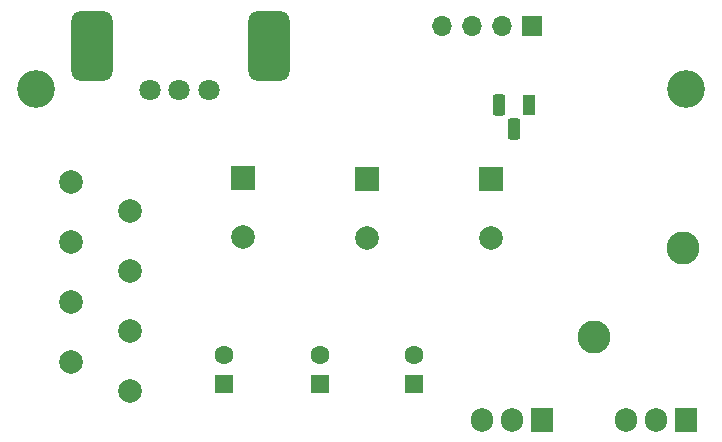
<source format=gbr>
%TF.GenerationSoftware,KiCad,Pcbnew,7.0.1-3b83917a11~172~ubuntu22.10.1*%
%TF.CreationDate,2023-09-25T18:41:39+02:00*%
%TF.ProjectId,led_boost_MIC3230,6c65645f-626f-46f7-9374-5f4d49433332,rev?*%
%TF.SameCoordinates,Original*%
%TF.FileFunction,Soldermask,Top*%
%TF.FilePolarity,Negative*%
%FSLAX46Y46*%
G04 Gerber Fmt 4.6, Leading zero omitted, Abs format (unit mm)*
G04 Created by KiCad (PCBNEW 7.0.1-3b83917a11~172~ubuntu22.10.1) date 2023-09-25 18:41:39*
%MOMM*%
%LPD*%
G01*
G04 APERTURE LIST*
G04 Aperture macros list*
%AMRoundRect*
0 Rectangle with rounded corners*
0 $1 Rounding radius*
0 $2 $3 $4 $5 $6 $7 $8 $9 X,Y pos of 4 corners*
0 Add a 4 corners polygon primitive as box body*
4,1,4,$2,$3,$4,$5,$6,$7,$8,$9,$2,$3,0*
0 Add four circle primitives for the rounded corners*
1,1,$1+$1,$2,$3*
1,1,$1+$1,$4,$5*
1,1,$1+$1,$6,$7*
1,1,$1+$1,$8,$9*
0 Add four rect primitives between the rounded corners*
20,1,$1+$1,$2,$3,$4,$5,0*
20,1,$1+$1,$4,$5,$6,$7,0*
20,1,$1+$1,$6,$7,$8,$9,0*
20,1,$1+$1,$8,$9,$2,$3,0*%
G04 Aperture macros list end*
%ADD10R,1.600000X1.600000*%
%ADD11C,1.600000*%
%ADD12C,2.000000*%
%ADD13C,3.200000*%
%ADD14R,1.905000X2.000000*%
%ADD15O,1.905000X2.000000*%
%ADD16R,2.000000X2.000000*%
%ADD17C,2.800000*%
%ADD18C,1.800000*%
%ADD19RoundRect,0.875000X0.875000X-2.125000X0.875000X2.125000X-0.875000X2.125000X-0.875000X-2.125000X0*%
%ADD20R,1.700000X1.700000*%
%ADD21O,1.700000X1.700000*%
%ADD22R,1.100000X1.800000*%
%ADD23RoundRect,0.275000X0.275000X0.625000X-0.275000X0.625000X-0.275000X-0.625000X0.275000X-0.625000X0*%
G04 APERTURE END LIST*
D10*
%TO.C,C8*%
X74000000Y-85000000D03*
D11*
X74000000Y-82500000D03*
%TD*%
D12*
%TO.C,J1*%
X52973000Y-67840000D03*
X57973000Y-70340000D03*
X52973000Y-72920000D03*
X57973000Y-75420000D03*
X52973000Y-78000000D03*
X57973000Y-80500000D03*
X52973000Y-83080000D03*
X57973000Y-85580000D03*
%TD*%
D13*
%TO.C,H2*%
X105000000Y-60000000D03*
%TD*%
D14*
%TO.C,Q1*%
X105000000Y-88000000D03*
D15*
X102460000Y-88000000D03*
X99920000Y-88000000D03*
%TD*%
D10*
%TO.C,C7*%
X65950000Y-85000000D03*
D11*
X65950000Y-82500000D03*
%TD*%
D16*
%TO.C,C3*%
X78000000Y-67632323D03*
D12*
X78000000Y-72632323D03*
%TD*%
D13*
%TO.C,H1*%
X50000000Y-60000000D03*
%TD*%
D17*
%TO.C,L1*%
X104783021Y-73466979D03*
X97216979Y-81033021D03*
%TD*%
D18*
%TO.C,RV1*%
X64642024Y-60077500D03*
X62142024Y-60077500D03*
X59642024Y-60077500D03*
D19*
X69742024Y-56377500D03*
X54742024Y-56377500D03*
%TD*%
D20*
%TO.C,J2*%
X91945000Y-54637500D03*
D21*
X89405000Y-54637500D03*
X86865000Y-54637500D03*
X84325000Y-54637500D03*
%TD*%
D16*
%TO.C,C4*%
X67500000Y-67500000D03*
D12*
X67500000Y-72500000D03*
%TD*%
D14*
%TO.C,D1*%
X92830000Y-88000000D03*
D15*
X90290000Y-88000000D03*
X87750000Y-88000000D03*
%TD*%
D16*
%TO.C,C1*%
X88500000Y-67632323D03*
D12*
X88500000Y-72632323D03*
%TD*%
D10*
%TO.C,C9*%
X82000000Y-85000000D03*
D11*
X82000000Y-82500000D03*
%TD*%
D22*
%TO.C,Q2*%
X91732500Y-61330000D03*
D23*
X90462500Y-63400000D03*
X89192500Y-61330000D03*
%TD*%
M02*

</source>
